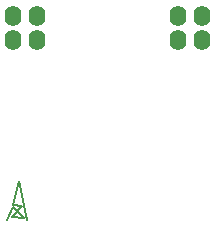
<source format=gbs>
G04*
G04 #@! TF.GenerationSoftware,Altium Limited,Altium Designer,19.1.5 (86)*
G04*
G04 Layer_Color=16711935*
%FSLAX25Y25*%
%MOIN*%
G70*
G01*
G75*
%ADD11C,0.00800*%
%ADD12O,0.05518X0.06935*%
D11*
X96600Y12900D02*
X98500Y17300D01*
X98300Y17900D02*
X100600Y25900D01*
X98000Y14000D02*
X101600Y17600D01*
X98300Y17900D02*
X101600Y17600D01*
X98000Y14000D02*
X102000Y13700D01*
X98500Y17300D02*
X102000Y13700D01*
X100600Y25900D02*
X103100Y12900D01*
D12*
X98581Y81062D02*
D03*
X106455D02*
D03*
Y73188D02*
D03*
X98581D02*
D03*
X153542D02*
D03*
X161416D02*
D03*
Y81062D02*
D03*
X153542D02*
D03*
M02*

</source>
